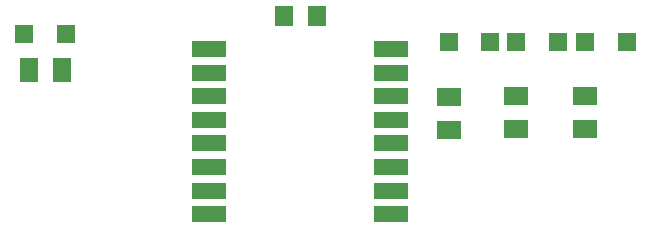
<source format=gbr>
G04 EAGLE Gerber RS-274X export*
G75*
%MOMM*%
%FSLAX34Y34*%
%LPD*%
%INSolderpaste Top*%
%IPPOS*%
%AMOC8*
5,1,8,0,0,1.08239X$1,22.5*%
G01*
%ADD10R,1.500000X1.500000*%
%ADD11R,1.600000X2.000000*%
%ADD12R,2.000000X1.600000*%
%ADD13R,3.000000X1.400000*%
%ADD14R,1.600000X1.800000*%


D10*
X144500Y577850D03*
X109500Y577850D03*
X503910Y571500D03*
X468910Y571500D03*
X561060Y571500D03*
X526060Y571500D03*
X619480Y571500D03*
X584480Y571500D03*
D11*
X141000Y547370D03*
X113000Y547370D03*
D12*
X468630Y496540D03*
X468630Y524540D03*
X525780Y497810D03*
X525780Y525810D03*
X584200Y497810D03*
X584200Y525810D03*
D13*
X265900Y565300D03*
X265900Y545300D03*
X265900Y525300D03*
X265900Y505300D03*
X265900Y485300D03*
X265900Y465300D03*
X265900Y445300D03*
X265900Y425300D03*
X419900Y425300D03*
X419900Y445300D03*
X419900Y465300D03*
X419900Y485300D03*
X419900Y505300D03*
X419900Y525300D03*
X419900Y545300D03*
X419900Y565300D03*
D14*
X356900Y593090D03*
X328900Y593090D03*
M02*

</source>
